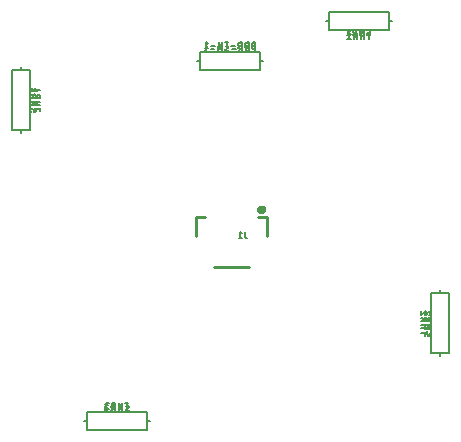
<source format=gbr>
G04 EAGLE Gerber RS-274X export*
G75*
%MOMM*%
%FSLAX34Y34*%
%LPD*%
%INSilkscreen Bottom*%
%IPPOS*%
%AMOC8*
5,1,8,0,0,1.08239X$1,22.5*%
G01*
%ADD10C,0.254000*%
%ADD11C,0.400000*%
%ADD12C,0.127000*%
%ADD13C,0.203200*%


D10*
X237250Y176250D02*
X207250Y176250D01*
X252250Y202250D02*
X252250Y218750D01*
X199750Y218750D02*
X192250Y218750D01*
X192250Y202250D01*
X244750Y218750D02*
X252250Y218750D01*
D11*
X245836Y225250D02*
X245838Y225325D01*
X245844Y225399D01*
X245854Y225473D01*
X245867Y225546D01*
X245885Y225619D01*
X245906Y225690D01*
X245931Y225761D01*
X245960Y225830D01*
X245993Y225897D01*
X246029Y225962D01*
X246068Y226026D01*
X246110Y226087D01*
X246156Y226146D01*
X246205Y226203D01*
X246257Y226256D01*
X246311Y226307D01*
X246368Y226356D01*
X246428Y226400D01*
X246490Y226442D01*
X246554Y226481D01*
X246620Y226516D01*
X246687Y226547D01*
X246757Y226575D01*
X246827Y226599D01*
X246899Y226620D01*
X246972Y226636D01*
X247045Y226649D01*
X247120Y226658D01*
X247194Y226663D01*
X247269Y226664D01*
X247343Y226661D01*
X247418Y226654D01*
X247491Y226643D01*
X247565Y226629D01*
X247637Y226610D01*
X247708Y226588D01*
X247778Y226562D01*
X247847Y226532D01*
X247913Y226499D01*
X247978Y226462D01*
X248041Y226422D01*
X248102Y226378D01*
X248160Y226332D01*
X248216Y226282D01*
X248269Y226230D01*
X248320Y226175D01*
X248367Y226117D01*
X248411Y226057D01*
X248452Y225994D01*
X248490Y225930D01*
X248524Y225864D01*
X248555Y225795D01*
X248582Y225726D01*
X248605Y225655D01*
X248624Y225583D01*
X248640Y225510D01*
X248652Y225436D01*
X248660Y225362D01*
X248664Y225287D01*
X248664Y225213D01*
X248660Y225138D01*
X248652Y225064D01*
X248640Y224990D01*
X248624Y224917D01*
X248605Y224845D01*
X248582Y224774D01*
X248555Y224705D01*
X248524Y224636D01*
X248490Y224570D01*
X248452Y224506D01*
X248411Y224443D01*
X248367Y224383D01*
X248320Y224325D01*
X248269Y224270D01*
X248216Y224218D01*
X248160Y224168D01*
X248102Y224122D01*
X248041Y224078D01*
X247978Y224038D01*
X247913Y224001D01*
X247847Y223968D01*
X247778Y223938D01*
X247708Y223912D01*
X247637Y223890D01*
X247565Y223871D01*
X247491Y223857D01*
X247418Y223846D01*
X247343Y223839D01*
X247269Y223836D01*
X247194Y223837D01*
X247120Y223842D01*
X247045Y223851D01*
X246972Y223864D01*
X246899Y223880D01*
X246827Y223901D01*
X246757Y223925D01*
X246687Y223953D01*
X246620Y223984D01*
X246554Y224019D01*
X246490Y224058D01*
X246428Y224100D01*
X246368Y224144D01*
X246311Y224193D01*
X246257Y224244D01*
X246205Y224297D01*
X246156Y224354D01*
X246110Y224413D01*
X246068Y224474D01*
X246029Y224538D01*
X245993Y224603D01*
X245960Y224670D01*
X245931Y224739D01*
X245906Y224810D01*
X245885Y224881D01*
X245867Y224954D01*
X245854Y225027D01*
X245844Y225101D01*
X245838Y225175D01*
X245836Y225250D01*
D12*
X233976Y206121D02*
X233976Y202367D01*
X233977Y202367D02*
X233979Y202302D01*
X233985Y202238D01*
X233995Y202174D01*
X234008Y202110D01*
X234026Y202048D01*
X234047Y201987D01*
X234071Y201927D01*
X234100Y201869D01*
X234132Y201812D01*
X234167Y201758D01*
X234205Y201706D01*
X234247Y201656D01*
X234291Y201609D01*
X234338Y201565D01*
X234388Y201523D01*
X234440Y201485D01*
X234494Y201450D01*
X234551Y201418D01*
X234609Y201389D01*
X234669Y201365D01*
X234730Y201344D01*
X234792Y201326D01*
X234856Y201313D01*
X234920Y201303D01*
X234984Y201297D01*
X235049Y201295D01*
X235585Y201295D01*
X231028Y205049D02*
X229688Y206121D01*
X229688Y201295D01*
X231028Y201295D02*
X228347Y201295D01*
X242400Y358905D02*
X242400Y363731D01*
X241059Y363731D01*
X240988Y363729D01*
X240916Y363723D01*
X240846Y363714D01*
X240776Y363701D01*
X240706Y363684D01*
X240638Y363663D01*
X240571Y363639D01*
X240505Y363611D01*
X240441Y363580D01*
X240378Y363545D01*
X240318Y363507D01*
X240259Y363466D01*
X240203Y363422D01*
X240149Y363375D01*
X240098Y363326D01*
X240050Y363273D01*
X240004Y363218D01*
X239962Y363161D01*
X239922Y363101D01*
X239886Y363040D01*
X239853Y362976D01*
X239824Y362911D01*
X239798Y362845D01*
X239775Y362777D01*
X239756Y362708D01*
X239741Y362638D01*
X239730Y362568D01*
X239722Y362497D01*
X239718Y362426D01*
X239718Y362354D01*
X239722Y362283D01*
X239730Y362212D01*
X239741Y362142D01*
X239756Y362072D01*
X239775Y362003D01*
X239798Y361935D01*
X239824Y361869D01*
X239853Y361804D01*
X239886Y361740D01*
X239922Y361679D01*
X239962Y361619D01*
X240004Y361562D01*
X240050Y361507D01*
X240098Y361454D01*
X240149Y361405D01*
X240203Y361358D01*
X240259Y361314D01*
X240318Y361273D01*
X240378Y361235D01*
X240441Y361200D01*
X240505Y361169D01*
X240571Y361141D01*
X240638Y361117D01*
X240706Y361096D01*
X240776Y361079D01*
X240846Y361066D01*
X240916Y361057D01*
X240988Y361051D01*
X241059Y361049D01*
X241059Y361050D02*
X242400Y361050D01*
X237060Y358905D02*
X237060Y363731D01*
X235719Y363731D01*
X235649Y363729D01*
X235579Y363724D01*
X235509Y363714D01*
X235440Y363702D01*
X235372Y363685D01*
X235305Y363665D01*
X235238Y363642D01*
X235174Y363615D01*
X235110Y363585D01*
X235049Y363551D01*
X234989Y363515D01*
X234931Y363475D01*
X234875Y363432D01*
X234822Y363387D01*
X234771Y363338D01*
X234722Y363287D01*
X234677Y363234D01*
X234634Y363178D01*
X234594Y363120D01*
X234558Y363061D01*
X234524Y362999D01*
X234494Y362935D01*
X234467Y362871D01*
X234444Y362804D01*
X234424Y362737D01*
X234407Y362669D01*
X234395Y362600D01*
X234385Y362530D01*
X234380Y362460D01*
X234378Y362390D01*
X234379Y362390D02*
X234379Y360246D01*
X234378Y360246D02*
X234380Y360176D01*
X234385Y360106D01*
X234395Y360036D01*
X234407Y359967D01*
X234424Y359899D01*
X234444Y359832D01*
X234467Y359765D01*
X234494Y359701D01*
X234524Y359637D01*
X234558Y359576D01*
X234594Y359516D01*
X234634Y359458D01*
X234677Y359402D01*
X234722Y359349D01*
X234771Y359298D01*
X234822Y359249D01*
X234875Y359204D01*
X234931Y359161D01*
X234989Y359121D01*
X235049Y359085D01*
X235110Y359051D01*
X235174Y359021D01*
X235238Y358994D01*
X235305Y358971D01*
X235372Y358951D01*
X235440Y358934D01*
X235509Y358922D01*
X235579Y358912D01*
X235649Y358907D01*
X235719Y358905D01*
X237060Y358905D01*
X231144Y358905D02*
X231144Y363731D01*
X229803Y363731D01*
X229732Y363729D01*
X229660Y363723D01*
X229590Y363714D01*
X229520Y363701D01*
X229450Y363684D01*
X229382Y363663D01*
X229315Y363639D01*
X229249Y363611D01*
X229185Y363580D01*
X229122Y363545D01*
X229062Y363507D01*
X229003Y363466D01*
X228947Y363422D01*
X228893Y363375D01*
X228842Y363326D01*
X228794Y363273D01*
X228748Y363218D01*
X228706Y363161D01*
X228666Y363101D01*
X228630Y363040D01*
X228597Y362976D01*
X228568Y362911D01*
X228542Y362845D01*
X228519Y362777D01*
X228500Y362708D01*
X228485Y362638D01*
X228474Y362568D01*
X228466Y362497D01*
X228462Y362426D01*
X228462Y362354D01*
X228466Y362283D01*
X228474Y362212D01*
X228485Y362142D01*
X228500Y362072D01*
X228519Y362003D01*
X228542Y361935D01*
X228568Y361869D01*
X228597Y361804D01*
X228630Y361740D01*
X228666Y361679D01*
X228706Y361619D01*
X228748Y361562D01*
X228794Y361507D01*
X228842Y361454D01*
X228893Y361405D01*
X228947Y361358D01*
X229003Y361314D01*
X229062Y361273D01*
X229122Y361235D01*
X229185Y361200D01*
X229249Y361169D01*
X229315Y361141D01*
X229382Y361117D01*
X229450Y361096D01*
X229520Y361079D01*
X229590Y361066D01*
X229660Y361057D01*
X229732Y361051D01*
X229803Y361049D01*
X229803Y361050D02*
X231144Y361050D01*
X229535Y361050D02*
X228463Y358905D01*
X225624Y360782D02*
X222406Y360782D01*
X218078Y358905D02*
X218013Y358907D01*
X217949Y358913D01*
X217885Y358923D01*
X217821Y358936D01*
X217759Y358954D01*
X217698Y358975D01*
X217638Y358999D01*
X217580Y359028D01*
X217523Y359060D01*
X217469Y359095D01*
X217417Y359133D01*
X217367Y359175D01*
X217320Y359219D01*
X217276Y359266D01*
X217234Y359316D01*
X217196Y359368D01*
X217161Y359422D01*
X217129Y359479D01*
X217100Y359537D01*
X217076Y359597D01*
X217055Y359658D01*
X217037Y359720D01*
X217024Y359784D01*
X217014Y359848D01*
X217008Y359912D01*
X217006Y359977D01*
X218078Y358905D02*
X218172Y358907D01*
X218266Y358913D01*
X218360Y358923D01*
X218453Y358936D01*
X218545Y358954D01*
X218637Y358975D01*
X218728Y359000D01*
X218818Y359029D01*
X218906Y359062D01*
X218993Y359098D01*
X219078Y359138D01*
X219162Y359181D01*
X219243Y359228D01*
X219323Y359278D01*
X219401Y359331D01*
X219476Y359388D01*
X219549Y359447D01*
X219619Y359510D01*
X219687Y359575D01*
X219552Y362659D02*
X219550Y362724D01*
X219544Y362788D01*
X219534Y362852D01*
X219521Y362916D01*
X219503Y362978D01*
X219482Y363039D01*
X219458Y363099D01*
X219429Y363157D01*
X219397Y363214D01*
X219362Y363268D01*
X219324Y363320D01*
X219282Y363370D01*
X219238Y363417D01*
X219191Y363461D01*
X219141Y363503D01*
X219089Y363541D01*
X219035Y363576D01*
X218978Y363608D01*
X218920Y363637D01*
X218860Y363661D01*
X218799Y363682D01*
X218737Y363700D01*
X218673Y363713D01*
X218609Y363723D01*
X218545Y363729D01*
X218480Y363731D01*
X218394Y363729D01*
X218308Y363724D01*
X218222Y363714D01*
X218137Y363701D01*
X218052Y363685D01*
X217968Y363665D01*
X217885Y363641D01*
X217803Y363614D01*
X217723Y363583D01*
X217643Y363549D01*
X217566Y363511D01*
X217490Y363470D01*
X217416Y363426D01*
X217343Y363379D01*
X217273Y363329D01*
X219016Y361721D02*
X219069Y361754D01*
X219120Y361791D01*
X219169Y361830D01*
X219216Y361872D01*
X219260Y361917D01*
X219301Y361964D01*
X219340Y362013D01*
X219376Y362065D01*
X219409Y362119D01*
X219438Y362174D01*
X219464Y362231D01*
X219487Y362290D01*
X219507Y362349D01*
X219523Y362410D01*
X219536Y362471D01*
X219545Y362534D01*
X219550Y362596D01*
X219552Y362659D01*
X217541Y360915D02*
X217488Y360882D01*
X217437Y360845D01*
X217388Y360806D01*
X217341Y360764D01*
X217297Y360719D01*
X217256Y360672D01*
X217217Y360623D01*
X217181Y360571D01*
X217148Y360517D01*
X217119Y360462D01*
X217093Y360405D01*
X217070Y360346D01*
X217050Y360287D01*
X217034Y360226D01*
X217021Y360165D01*
X217012Y360102D01*
X217007Y360040D01*
X217005Y359977D01*
X217541Y360916D02*
X219016Y361720D01*
X214102Y363731D02*
X214102Y358905D01*
X212494Y361050D02*
X214102Y363731D01*
X212494Y361050D02*
X210885Y363731D01*
X210885Y358905D01*
X207702Y360782D02*
X204484Y360782D01*
X201581Y362659D02*
X200241Y363731D01*
X200241Y358905D01*
X201581Y358905D02*
X198900Y358905D01*
X337188Y373641D02*
X337190Y373576D01*
X337196Y373512D01*
X337206Y373448D01*
X337219Y373384D01*
X337237Y373322D01*
X337258Y373261D01*
X337282Y373201D01*
X337311Y373143D01*
X337343Y373086D01*
X337378Y373032D01*
X337416Y372980D01*
X337458Y372930D01*
X337502Y372883D01*
X337549Y372839D01*
X337599Y372797D01*
X337651Y372759D01*
X337705Y372724D01*
X337762Y372692D01*
X337820Y372663D01*
X337880Y372639D01*
X337941Y372618D01*
X338003Y372600D01*
X338067Y372587D01*
X338131Y372577D01*
X338195Y372571D01*
X338260Y372569D01*
X338354Y372571D01*
X338448Y372577D01*
X338542Y372587D01*
X338635Y372600D01*
X338727Y372618D01*
X338819Y372639D01*
X338910Y372664D01*
X339000Y372693D01*
X339088Y372726D01*
X339175Y372762D01*
X339260Y372802D01*
X339344Y372845D01*
X339425Y372892D01*
X339505Y372942D01*
X339583Y372995D01*
X339658Y373052D01*
X339731Y373111D01*
X339801Y373174D01*
X339869Y373239D01*
X339734Y376323D02*
X339732Y376388D01*
X339726Y376452D01*
X339716Y376516D01*
X339703Y376580D01*
X339685Y376642D01*
X339664Y376703D01*
X339640Y376763D01*
X339611Y376821D01*
X339579Y376878D01*
X339544Y376932D01*
X339506Y376984D01*
X339464Y377034D01*
X339420Y377081D01*
X339373Y377125D01*
X339323Y377167D01*
X339271Y377205D01*
X339217Y377240D01*
X339160Y377272D01*
X339102Y377301D01*
X339042Y377325D01*
X338981Y377346D01*
X338919Y377364D01*
X338855Y377377D01*
X338791Y377387D01*
X338727Y377393D01*
X338662Y377395D01*
X338576Y377393D01*
X338490Y377388D01*
X338404Y377378D01*
X338319Y377365D01*
X338234Y377349D01*
X338150Y377329D01*
X338067Y377305D01*
X337985Y377278D01*
X337905Y377247D01*
X337825Y377213D01*
X337748Y377175D01*
X337672Y377134D01*
X337598Y377090D01*
X337525Y377043D01*
X337455Y376993D01*
X339199Y375385D02*
X339252Y375418D01*
X339303Y375455D01*
X339352Y375494D01*
X339399Y375536D01*
X339443Y375581D01*
X339484Y375628D01*
X339523Y375677D01*
X339559Y375729D01*
X339592Y375783D01*
X339621Y375838D01*
X339647Y375895D01*
X339670Y375954D01*
X339690Y376013D01*
X339706Y376074D01*
X339719Y376135D01*
X339728Y376198D01*
X339733Y376260D01*
X339735Y376323D01*
X337724Y374579D02*
X337671Y374546D01*
X337620Y374509D01*
X337571Y374470D01*
X337524Y374428D01*
X337480Y374383D01*
X337439Y374336D01*
X337400Y374287D01*
X337364Y374235D01*
X337331Y374181D01*
X337302Y374126D01*
X337276Y374069D01*
X337253Y374010D01*
X337233Y373951D01*
X337217Y373890D01*
X337204Y373829D01*
X337195Y373766D01*
X337190Y373704D01*
X337188Y373641D01*
X337724Y374580D02*
X339199Y375384D01*
X334285Y377395D02*
X334285Y372569D01*
X332676Y374714D02*
X334285Y377395D01*
X332676Y374714D02*
X331067Y377395D01*
X331067Y372569D01*
X327735Y372569D02*
X327735Y377395D01*
X326394Y377395D01*
X326323Y377393D01*
X326251Y377387D01*
X326181Y377378D01*
X326111Y377365D01*
X326041Y377348D01*
X325973Y377327D01*
X325906Y377303D01*
X325840Y377275D01*
X325776Y377244D01*
X325713Y377209D01*
X325653Y377171D01*
X325594Y377130D01*
X325538Y377086D01*
X325484Y377039D01*
X325433Y376990D01*
X325385Y376937D01*
X325339Y376882D01*
X325297Y376825D01*
X325257Y376765D01*
X325221Y376704D01*
X325188Y376640D01*
X325159Y376575D01*
X325133Y376509D01*
X325110Y376441D01*
X325091Y376372D01*
X325076Y376302D01*
X325065Y376232D01*
X325057Y376161D01*
X325053Y376090D01*
X325053Y376018D01*
X325057Y375947D01*
X325065Y375876D01*
X325076Y375806D01*
X325091Y375736D01*
X325110Y375667D01*
X325133Y375599D01*
X325159Y375533D01*
X325188Y375468D01*
X325221Y375404D01*
X325257Y375343D01*
X325297Y375283D01*
X325339Y375226D01*
X325385Y375171D01*
X325433Y375118D01*
X325484Y375069D01*
X325538Y375022D01*
X325594Y374978D01*
X325653Y374937D01*
X325713Y374899D01*
X325776Y374864D01*
X325840Y374833D01*
X325906Y374805D01*
X325973Y374781D01*
X326041Y374760D01*
X326111Y374743D01*
X326181Y374730D01*
X326251Y374721D01*
X326323Y374715D01*
X326394Y374713D01*
X326394Y374714D02*
X327735Y374714D01*
X326126Y374714D02*
X325054Y372569D01*
X322312Y376323D02*
X320972Y377395D01*
X320972Y372569D01*
X322312Y372569D02*
X319631Y372569D01*
X386741Y120812D02*
X386676Y120810D01*
X386612Y120804D01*
X386548Y120794D01*
X386484Y120781D01*
X386422Y120763D01*
X386361Y120742D01*
X386301Y120718D01*
X386243Y120689D01*
X386186Y120657D01*
X386132Y120622D01*
X386080Y120584D01*
X386030Y120542D01*
X385983Y120498D01*
X385939Y120451D01*
X385897Y120401D01*
X385859Y120349D01*
X385824Y120295D01*
X385792Y120238D01*
X385763Y120180D01*
X385739Y120120D01*
X385718Y120059D01*
X385700Y119997D01*
X385687Y119933D01*
X385677Y119869D01*
X385671Y119805D01*
X385669Y119740D01*
X385671Y119646D01*
X385677Y119552D01*
X385687Y119458D01*
X385700Y119365D01*
X385718Y119273D01*
X385739Y119181D01*
X385764Y119090D01*
X385793Y119000D01*
X385826Y118912D01*
X385862Y118825D01*
X385902Y118740D01*
X385945Y118656D01*
X385992Y118575D01*
X386042Y118495D01*
X386095Y118417D01*
X386152Y118342D01*
X386211Y118269D01*
X386274Y118199D01*
X386339Y118131D01*
X389423Y118266D02*
X389488Y118268D01*
X389552Y118274D01*
X389616Y118284D01*
X389680Y118297D01*
X389742Y118315D01*
X389803Y118336D01*
X389863Y118360D01*
X389921Y118389D01*
X389978Y118421D01*
X390032Y118456D01*
X390084Y118494D01*
X390134Y118536D01*
X390181Y118580D01*
X390225Y118627D01*
X390267Y118677D01*
X390305Y118729D01*
X390340Y118783D01*
X390372Y118840D01*
X390401Y118898D01*
X390425Y118958D01*
X390446Y119019D01*
X390464Y119081D01*
X390477Y119145D01*
X390487Y119209D01*
X390493Y119273D01*
X390495Y119338D01*
X390493Y119424D01*
X390488Y119510D01*
X390478Y119596D01*
X390465Y119681D01*
X390449Y119766D01*
X390429Y119850D01*
X390405Y119933D01*
X390378Y120015D01*
X390347Y120095D01*
X390313Y120175D01*
X390275Y120252D01*
X390234Y120328D01*
X390190Y120402D01*
X390143Y120474D01*
X390093Y120545D01*
X388485Y118801D02*
X388518Y118748D01*
X388555Y118697D01*
X388594Y118648D01*
X388636Y118601D01*
X388681Y118557D01*
X388728Y118516D01*
X388777Y118477D01*
X388829Y118441D01*
X388883Y118408D01*
X388938Y118379D01*
X388995Y118353D01*
X389054Y118330D01*
X389113Y118310D01*
X389174Y118294D01*
X389235Y118281D01*
X389298Y118272D01*
X389360Y118267D01*
X389423Y118265D01*
X387679Y120276D02*
X387646Y120329D01*
X387609Y120380D01*
X387570Y120429D01*
X387528Y120476D01*
X387483Y120520D01*
X387436Y120561D01*
X387387Y120600D01*
X387335Y120636D01*
X387281Y120669D01*
X387226Y120698D01*
X387169Y120724D01*
X387110Y120747D01*
X387051Y120767D01*
X386990Y120783D01*
X386929Y120796D01*
X386866Y120805D01*
X386804Y120810D01*
X386741Y120812D01*
X387680Y120276D02*
X388484Y118802D01*
X390495Y123715D02*
X385669Y123715D01*
X387814Y125324D02*
X390495Y123715D01*
X387814Y125324D02*
X390495Y126933D01*
X385669Y126933D01*
X385669Y130265D02*
X390495Y130265D01*
X390495Y131606D01*
X390493Y131677D01*
X390487Y131749D01*
X390478Y131819D01*
X390465Y131889D01*
X390448Y131959D01*
X390427Y132027D01*
X390403Y132094D01*
X390375Y132160D01*
X390344Y132224D01*
X390309Y132287D01*
X390271Y132347D01*
X390230Y132406D01*
X390186Y132462D01*
X390139Y132516D01*
X390090Y132567D01*
X390037Y132615D01*
X389982Y132661D01*
X389925Y132703D01*
X389865Y132743D01*
X389804Y132779D01*
X389740Y132812D01*
X389675Y132841D01*
X389609Y132867D01*
X389541Y132890D01*
X389472Y132909D01*
X389402Y132924D01*
X389332Y132935D01*
X389261Y132943D01*
X389190Y132947D01*
X389118Y132947D01*
X389047Y132943D01*
X388976Y132935D01*
X388906Y132924D01*
X388836Y132909D01*
X388767Y132890D01*
X388699Y132867D01*
X388633Y132841D01*
X388568Y132812D01*
X388504Y132779D01*
X388443Y132743D01*
X388383Y132703D01*
X388326Y132661D01*
X388271Y132615D01*
X388218Y132567D01*
X388169Y132516D01*
X388122Y132462D01*
X388078Y132406D01*
X388037Y132347D01*
X387999Y132287D01*
X387964Y132224D01*
X387933Y132160D01*
X387905Y132094D01*
X387881Y132027D01*
X387860Y131959D01*
X387843Y131889D01*
X387830Y131819D01*
X387821Y131749D01*
X387815Y131677D01*
X387813Y131606D01*
X387814Y131606D02*
X387814Y130265D01*
X387814Y131874D02*
X385669Y132946D01*
X390495Y137162D02*
X390493Y137230D01*
X390487Y137297D01*
X390478Y137364D01*
X390465Y137431D01*
X390448Y137496D01*
X390427Y137561D01*
X390403Y137624D01*
X390375Y137686D01*
X390344Y137746D01*
X390310Y137804D01*
X390272Y137860D01*
X390232Y137915D01*
X390188Y137966D01*
X390141Y138015D01*
X390092Y138062D01*
X390041Y138106D01*
X389986Y138146D01*
X389930Y138184D01*
X389872Y138218D01*
X389812Y138249D01*
X389750Y138277D01*
X389687Y138301D01*
X389622Y138322D01*
X389557Y138339D01*
X389490Y138352D01*
X389423Y138361D01*
X389356Y138367D01*
X389288Y138369D01*
X390495Y137162D02*
X390493Y137084D01*
X390487Y137006D01*
X390477Y136929D01*
X390464Y136852D01*
X390446Y136776D01*
X390425Y136701D01*
X390400Y136627D01*
X390371Y136555D01*
X390339Y136484D01*
X390303Y136415D01*
X390264Y136347D01*
X390221Y136282D01*
X390175Y136219D01*
X390126Y136158D01*
X390074Y136100D01*
X390019Y136045D01*
X389962Y135992D01*
X389902Y135943D01*
X389839Y135896D01*
X389774Y135853D01*
X389708Y135813D01*
X389639Y135776D01*
X389568Y135743D01*
X389496Y135713D01*
X389423Y135687D01*
X388350Y137967D02*
X388399Y138016D01*
X388451Y138063D01*
X388506Y138106D01*
X388563Y138147D01*
X388622Y138185D01*
X388683Y138219D01*
X388746Y138250D01*
X388810Y138278D01*
X388876Y138302D01*
X388942Y138322D01*
X389010Y138339D01*
X389079Y138352D01*
X389148Y138361D01*
X389218Y138367D01*
X389288Y138369D01*
X388350Y137967D02*
X385669Y135688D01*
X385669Y138369D01*
X133760Y54405D02*
X133695Y54407D01*
X133631Y54413D01*
X133567Y54423D01*
X133503Y54436D01*
X133441Y54454D01*
X133380Y54475D01*
X133320Y54499D01*
X133262Y54528D01*
X133205Y54560D01*
X133151Y54595D01*
X133099Y54633D01*
X133049Y54675D01*
X133002Y54719D01*
X132958Y54766D01*
X132916Y54816D01*
X132878Y54868D01*
X132843Y54922D01*
X132811Y54979D01*
X132782Y55037D01*
X132758Y55097D01*
X132737Y55158D01*
X132719Y55220D01*
X132706Y55284D01*
X132696Y55348D01*
X132690Y55412D01*
X132688Y55477D01*
X133760Y54405D02*
X133854Y54407D01*
X133948Y54413D01*
X134042Y54423D01*
X134135Y54436D01*
X134227Y54454D01*
X134319Y54475D01*
X134410Y54500D01*
X134500Y54529D01*
X134588Y54562D01*
X134675Y54598D01*
X134760Y54638D01*
X134844Y54681D01*
X134925Y54728D01*
X135005Y54778D01*
X135083Y54831D01*
X135158Y54888D01*
X135231Y54947D01*
X135301Y55010D01*
X135369Y55075D01*
X135234Y58159D02*
X135232Y58224D01*
X135226Y58288D01*
X135216Y58352D01*
X135203Y58416D01*
X135185Y58478D01*
X135164Y58539D01*
X135140Y58599D01*
X135111Y58657D01*
X135079Y58714D01*
X135044Y58768D01*
X135006Y58820D01*
X134964Y58870D01*
X134920Y58917D01*
X134873Y58961D01*
X134823Y59003D01*
X134771Y59041D01*
X134717Y59076D01*
X134660Y59108D01*
X134602Y59137D01*
X134542Y59161D01*
X134481Y59182D01*
X134419Y59200D01*
X134355Y59213D01*
X134291Y59223D01*
X134227Y59229D01*
X134162Y59231D01*
X134076Y59229D01*
X133990Y59224D01*
X133904Y59214D01*
X133819Y59201D01*
X133734Y59185D01*
X133650Y59165D01*
X133567Y59141D01*
X133485Y59114D01*
X133405Y59083D01*
X133325Y59049D01*
X133248Y59011D01*
X133172Y58970D01*
X133098Y58926D01*
X133025Y58879D01*
X132955Y58829D01*
X134699Y57221D02*
X134752Y57254D01*
X134803Y57291D01*
X134852Y57330D01*
X134899Y57372D01*
X134943Y57417D01*
X134984Y57464D01*
X135023Y57513D01*
X135059Y57565D01*
X135092Y57619D01*
X135121Y57674D01*
X135147Y57731D01*
X135170Y57790D01*
X135190Y57849D01*
X135206Y57910D01*
X135219Y57971D01*
X135228Y58034D01*
X135233Y58096D01*
X135235Y58159D01*
X133224Y56415D02*
X133171Y56382D01*
X133120Y56345D01*
X133071Y56306D01*
X133024Y56264D01*
X132980Y56219D01*
X132939Y56172D01*
X132900Y56123D01*
X132864Y56071D01*
X132831Y56017D01*
X132802Y55962D01*
X132776Y55905D01*
X132753Y55846D01*
X132733Y55787D01*
X132717Y55726D01*
X132704Y55665D01*
X132695Y55602D01*
X132690Y55540D01*
X132688Y55477D01*
X133224Y56416D02*
X134699Y57220D01*
X129785Y59231D02*
X129785Y54405D01*
X128176Y56550D02*
X129785Y59231D01*
X128176Y56550D02*
X126567Y59231D01*
X126567Y54405D01*
X123235Y54405D02*
X123235Y59231D01*
X121894Y59231D01*
X121823Y59229D01*
X121751Y59223D01*
X121681Y59214D01*
X121611Y59201D01*
X121541Y59184D01*
X121473Y59163D01*
X121406Y59139D01*
X121340Y59111D01*
X121276Y59080D01*
X121213Y59045D01*
X121153Y59007D01*
X121094Y58966D01*
X121038Y58922D01*
X120984Y58875D01*
X120933Y58826D01*
X120885Y58773D01*
X120839Y58718D01*
X120797Y58661D01*
X120757Y58601D01*
X120721Y58540D01*
X120688Y58476D01*
X120659Y58411D01*
X120633Y58345D01*
X120610Y58277D01*
X120591Y58208D01*
X120576Y58138D01*
X120565Y58068D01*
X120557Y57997D01*
X120553Y57926D01*
X120553Y57854D01*
X120557Y57783D01*
X120565Y57712D01*
X120576Y57642D01*
X120591Y57572D01*
X120610Y57503D01*
X120633Y57435D01*
X120659Y57369D01*
X120688Y57304D01*
X120721Y57240D01*
X120757Y57179D01*
X120797Y57119D01*
X120839Y57062D01*
X120885Y57007D01*
X120933Y56954D01*
X120984Y56905D01*
X121038Y56858D01*
X121094Y56814D01*
X121153Y56773D01*
X121213Y56735D01*
X121276Y56700D01*
X121340Y56669D01*
X121406Y56641D01*
X121473Y56617D01*
X121541Y56596D01*
X121611Y56579D01*
X121681Y56566D01*
X121751Y56557D01*
X121823Y56551D01*
X121894Y56549D01*
X121894Y56550D02*
X123235Y56550D01*
X121626Y56550D02*
X120554Y54405D01*
X117812Y54405D02*
X116472Y54405D01*
X116401Y54407D01*
X116329Y54413D01*
X116259Y54422D01*
X116189Y54435D01*
X116119Y54452D01*
X116051Y54473D01*
X115984Y54497D01*
X115918Y54525D01*
X115854Y54556D01*
X115791Y54591D01*
X115731Y54629D01*
X115672Y54670D01*
X115616Y54714D01*
X115562Y54761D01*
X115511Y54810D01*
X115463Y54863D01*
X115417Y54918D01*
X115375Y54975D01*
X115335Y55035D01*
X115299Y55096D01*
X115266Y55160D01*
X115237Y55225D01*
X115211Y55291D01*
X115188Y55359D01*
X115169Y55428D01*
X115154Y55498D01*
X115143Y55568D01*
X115135Y55639D01*
X115131Y55710D01*
X115131Y55782D01*
X115135Y55853D01*
X115143Y55924D01*
X115154Y55994D01*
X115169Y56064D01*
X115188Y56133D01*
X115211Y56201D01*
X115237Y56267D01*
X115266Y56332D01*
X115299Y56396D01*
X115335Y56457D01*
X115375Y56517D01*
X115417Y56574D01*
X115463Y56629D01*
X115511Y56682D01*
X115562Y56731D01*
X115616Y56778D01*
X115672Y56822D01*
X115731Y56863D01*
X115791Y56901D01*
X115854Y56936D01*
X115918Y56967D01*
X115984Y56995D01*
X116051Y57019D01*
X116119Y57040D01*
X116189Y57057D01*
X116259Y57070D01*
X116329Y57079D01*
X116401Y57085D01*
X116472Y57087D01*
X116204Y59231D02*
X117812Y59231D01*
X116204Y59231D02*
X116139Y59229D01*
X116075Y59223D01*
X116011Y59213D01*
X115947Y59200D01*
X115885Y59182D01*
X115824Y59161D01*
X115764Y59137D01*
X115706Y59108D01*
X115649Y59076D01*
X115595Y59041D01*
X115543Y59003D01*
X115493Y58961D01*
X115446Y58917D01*
X115402Y58870D01*
X115360Y58820D01*
X115322Y58768D01*
X115287Y58714D01*
X115255Y58657D01*
X115226Y58599D01*
X115202Y58539D01*
X115181Y58478D01*
X115163Y58416D01*
X115150Y58352D01*
X115140Y58288D01*
X115134Y58224D01*
X115132Y58159D01*
X115134Y58094D01*
X115140Y58030D01*
X115150Y57966D01*
X115163Y57902D01*
X115181Y57840D01*
X115202Y57779D01*
X115226Y57719D01*
X115255Y57661D01*
X115287Y57604D01*
X115322Y57550D01*
X115360Y57498D01*
X115402Y57448D01*
X115446Y57401D01*
X115493Y57357D01*
X115543Y57315D01*
X115595Y57277D01*
X115649Y57242D01*
X115706Y57210D01*
X115764Y57181D01*
X115824Y57157D01*
X115885Y57136D01*
X115947Y57118D01*
X116011Y57105D01*
X116075Y57095D01*
X116139Y57089D01*
X116204Y57087D01*
X116204Y57086D02*
X117276Y57086D01*
X51805Y309240D02*
X51807Y309305D01*
X51813Y309369D01*
X51823Y309433D01*
X51836Y309497D01*
X51854Y309559D01*
X51875Y309620D01*
X51899Y309680D01*
X51928Y309738D01*
X51960Y309795D01*
X51995Y309849D01*
X52033Y309901D01*
X52075Y309951D01*
X52119Y309998D01*
X52166Y310042D01*
X52216Y310084D01*
X52268Y310122D01*
X52322Y310157D01*
X52379Y310189D01*
X52437Y310218D01*
X52497Y310242D01*
X52558Y310263D01*
X52620Y310281D01*
X52684Y310294D01*
X52748Y310304D01*
X52812Y310310D01*
X52877Y310312D01*
X51805Y309240D02*
X51807Y309146D01*
X51813Y309052D01*
X51823Y308958D01*
X51836Y308865D01*
X51854Y308773D01*
X51875Y308681D01*
X51900Y308590D01*
X51929Y308500D01*
X51962Y308412D01*
X51998Y308325D01*
X52038Y308240D01*
X52081Y308156D01*
X52128Y308075D01*
X52178Y307995D01*
X52231Y307917D01*
X52288Y307842D01*
X52347Y307769D01*
X52410Y307699D01*
X52475Y307631D01*
X55559Y307766D02*
X55624Y307768D01*
X55688Y307774D01*
X55752Y307784D01*
X55816Y307797D01*
X55878Y307815D01*
X55939Y307836D01*
X55999Y307860D01*
X56057Y307889D01*
X56114Y307921D01*
X56168Y307956D01*
X56220Y307994D01*
X56270Y308036D01*
X56317Y308080D01*
X56361Y308127D01*
X56403Y308177D01*
X56441Y308229D01*
X56476Y308283D01*
X56508Y308340D01*
X56537Y308398D01*
X56561Y308458D01*
X56582Y308519D01*
X56600Y308581D01*
X56613Y308645D01*
X56623Y308709D01*
X56629Y308773D01*
X56631Y308838D01*
X56629Y308924D01*
X56624Y309010D01*
X56614Y309096D01*
X56601Y309181D01*
X56585Y309266D01*
X56565Y309350D01*
X56541Y309433D01*
X56514Y309515D01*
X56483Y309595D01*
X56449Y309675D01*
X56411Y309752D01*
X56370Y309828D01*
X56326Y309902D01*
X56279Y309974D01*
X56229Y310045D01*
X54621Y308301D02*
X54654Y308248D01*
X54691Y308197D01*
X54730Y308148D01*
X54772Y308101D01*
X54817Y308057D01*
X54864Y308016D01*
X54913Y307977D01*
X54965Y307941D01*
X55019Y307908D01*
X55074Y307879D01*
X55131Y307853D01*
X55190Y307830D01*
X55249Y307810D01*
X55310Y307794D01*
X55371Y307781D01*
X55434Y307772D01*
X55496Y307767D01*
X55559Y307765D01*
X53815Y309776D02*
X53782Y309829D01*
X53745Y309880D01*
X53706Y309929D01*
X53664Y309976D01*
X53619Y310020D01*
X53572Y310061D01*
X53523Y310100D01*
X53471Y310136D01*
X53417Y310169D01*
X53362Y310198D01*
X53305Y310224D01*
X53246Y310247D01*
X53187Y310267D01*
X53126Y310283D01*
X53065Y310296D01*
X53002Y310305D01*
X52940Y310310D01*
X52877Y310312D01*
X53816Y309776D02*
X54620Y308302D01*
X56631Y313215D02*
X51805Y313215D01*
X53950Y314824D02*
X56631Y313215D01*
X53950Y314824D02*
X56631Y316433D01*
X51805Y316433D01*
X51805Y319765D02*
X56631Y319765D01*
X56631Y321106D01*
X56629Y321177D01*
X56623Y321249D01*
X56614Y321319D01*
X56601Y321389D01*
X56584Y321459D01*
X56563Y321527D01*
X56539Y321594D01*
X56511Y321660D01*
X56480Y321724D01*
X56445Y321787D01*
X56407Y321847D01*
X56366Y321906D01*
X56322Y321962D01*
X56275Y322016D01*
X56226Y322067D01*
X56173Y322115D01*
X56118Y322161D01*
X56061Y322203D01*
X56001Y322243D01*
X55940Y322279D01*
X55876Y322312D01*
X55811Y322341D01*
X55745Y322367D01*
X55677Y322390D01*
X55608Y322409D01*
X55538Y322424D01*
X55468Y322435D01*
X55397Y322443D01*
X55326Y322447D01*
X55254Y322447D01*
X55183Y322443D01*
X55112Y322435D01*
X55042Y322424D01*
X54972Y322409D01*
X54903Y322390D01*
X54835Y322367D01*
X54769Y322341D01*
X54704Y322312D01*
X54640Y322279D01*
X54579Y322243D01*
X54519Y322203D01*
X54462Y322161D01*
X54407Y322115D01*
X54354Y322067D01*
X54305Y322016D01*
X54258Y321962D01*
X54214Y321906D01*
X54173Y321847D01*
X54135Y321787D01*
X54100Y321724D01*
X54069Y321660D01*
X54041Y321594D01*
X54017Y321527D01*
X53996Y321459D01*
X53979Y321389D01*
X53966Y321319D01*
X53957Y321249D01*
X53951Y321177D01*
X53949Y321106D01*
X53950Y321106D02*
X53950Y319765D01*
X53950Y321374D02*
X51805Y322446D01*
X52877Y325188D02*
X56631Y326260D01*
X52877Y325188D02*
X52877Y327869D01*
X51805Y327064D02*
X53950Y327064D01*
D13*
X304650Y377430D02*
X355450Y377430D01*
X355450Y385050D01*
X355450Y392670D01*
X304650Y392670D01*
X304650Y385050D01*
X304650Y377430D01*
X355450Y385050D02*
X357990Y385050D01*
X304650Y385050D02*
X302110Y385050D01*
D12*
X338371Y374255D02*
X338371Y369429D01*
X339712Y374255D02*
X337030Y374255D01*
X334408Y374255D02*
X334408Y369429D01*
X334408Y372110D02*
X331727Y372110D01*
X331727Y374255D02*
X331727Y369429D01*
X328492Y369429D02*
X328492Y374255D01*
X327152Y374255D01*
X327081Y374253D01*
X327009Y374247D01*
X326939Y374238D01*
X326869Y374225D01*
X326799Y374208D01*
X326731Y374187D01*
X326664Y374163D01*
X326598Y374135D01*
X326534Y374104D01*
X326471Y374069D01*
X326411Y374031D01*
X326352Y373990D01*
X326296Y373946D01*
X326242Y373899D01*
X326191Y373850D01*
X326143Y373797D01*
X326097Y373742D01*
X326055Y373685D01*
X326015Y373625D01*
X325979Y373564D01*
X325946Y373500D01*
X325917Y373435D01*
X325891Y373369D01*
X325868Y373301D01*
X325849Y373232D01*
X325834Y373162D01*
X325823Y373092D01*
X325815Y373021D01*
X325811Y372950D01*
X325811Y372878D01*
X325815Y372807D01*
X325823Y372736D01*
X325834Y372666D01*
X325849Y372596D01*
X325868Y372527D01*
X325891Y372459D01*
X325917Y372393D01*
X325946Y372328D01*
X325979Y372264D01*
X326015Y372203D01*
X326055Y372143D01*
X326097Y372086D01*
X326143Y372031D01*
X326191Y371978D01*
X326242Y371929D01*
X326296Y371882D01*
X326352Y371838D01*
X326411Y371797D01*
X326471Y371759D01*
X326534Y371724D01*
X326598Y371693D01*
X326664Y371665D01*
X326731Y371641D01*
X326799Y371620D01*
X326869Y371603D01*
X326939Y371590D01*
X327009Y371581D01*
X327081Y371575D01*
X327152Y371573D01*
X327152Y371574D02*
X328492Y371574D01*
X326884Y371574D02*
X325811Y369429D01*
X323070Y373183D02*
X321729Y374255D01*
X321729Y369429D01*
X323070Y369429D02*
X320388Y369429D01*
D13*
X391030Y154550D02*
X391030Y103750D01*
X398650Y103750D01*
X406270Y103750D01*
X406270Y154550D01*
X398650Y154550D01*
X391030Y154550D01*
X398650Y103750D02*
X398650Y101210D01*
X398650Y154550D02*
X398650Y157090D01*
D12*
X387855Y120829D02*
X383029Y120829D01*
X387855Y119488D02*
X387855Y122170D01*
X387855Y124792D02*
X383029Y124792D01*
X385710Y124792D02*
X385710Y127473D01*
X387855Y127473D02*
X383029Y127473D01*
X383029Y130708D02*
X387855Y130708D01*
X387855Y132048D01*
X387853Y132119D01*
X387847Y132191D01*
X387838Y132261D01*
X387825Y132331D01*
X387808Y132401D01*
X387787Y132469D01*
X387763Y132536D01*
X387735Y132602D01*
X387704Y132666D01*
X387669Y132729D01*
X387631Y132789D01*
X387590Y132848D01*
X387546Y132904D01*
X387499Y132958D01*
X387450Y133009D01*
X387397Y133057D01*
X387342Y133103D01*
X387285Y133145D01*
X387225Y133185D01*
X387164Y133221D01*
X387100Y133254D01*
X387035Y133283D01*
X386969Y133309D01*
X386901Y133332D01*
X386832Y133351D01*
X386762Y133366D01*
X386692Y133377D01*
X386621Y133385D01*
X386550Y133389D01*
X386478Y133389D01*
X386407Y133385D01*
X386336Y133377D01*
X386266Y133366D01*
X386196Y133351D01*
X386127Y133332D01*
X386059Y133309D01*
X385993Y133283D01*
X385928Y133254D01*
X385864Y133221D01*
X385803Y133185D01*
X385743Y133145D01*
X385686Y133103D01*
X385631Y133057D01*
X385578Y133009D01*
X385529Y132958D01*
X385482Y132904D01*
X385438Y132848D01*
X385397Y132789D01*
X385359Y132729D01*
X385324Y132666D01*
X385293Y132602D01*
X385265Y132536D01*
X385241Y132469D01*
X385220Y132401D01*
X385203Y132331D01*
X385190Y132261D01*
X385181Y132191D01*
X385175Y132119D01*
X385173Y132048D01*
X385174Y132048D02*
X385174Y130708D01*
X385174Y132316D02*
X383029Y133389D01*
X387855Y137605D02*
X387853Y137673D01*
X387847Y137740D01*
X387838Y137807D01*
X387825Y137874D01*
X387808Y137939D01*
X387787Y138004D01*
X387763Y138067D01*
X387735Y138129D01*
X387704Y138189D01*
X387670Y138247D01*
X387632Y138303D01*
X387592Y138358D01*
X387548Y138409D01*
X387501Y138458D01*
X387452Y138505D01*
X387401Y138549D01*
X387346Y138589D01*
X387290Y138627D01*
X387232Y138661D01*
X387172Y138692D01*
X387110Y138720D01*
X387047Y138744D01*
X386982Y138765D01*
X386917Y138782D01*
X386850Y138795D01*
X386783Y138804D01*
X386716Y138810D01*
X386648Y138812D01*
X387855Y137605D02*
X387853Y137527D01*
X387847Y137449D01*
X387837Y137372D01*
X387824Y137295D01*
X387806Y137219D01*
X387785Y137144D01*
X387760Y137070D01*
X387731Y136998D01*
X387699Y136927D01*
X387663Y136858D01*
X387624Y136790D01*
X387581Y136725D01*
X387535Y136662D01*
X387486Y136601D01*
X387434Y136543D01*
X387379Y136488D01*
X387322Y136435D01*
X387262Y136386D01*
X387199Y136339D01*
X387134Y136296D01*
X387068Y136256D01*
X386999Y136219D01*
X386928Y136186D01*
X386856Y136156D01*
X386783Y136130D01*
X385710Y138410D02*
X385759Y138459D01*
X385811Y138506D01*
X385866Y138549D01*
X385923Y138590D01*
X385982Y138628D01*
X386043Y138662D01*
X386106Y138693D01*
X386170Y138721D01*
X386236Y138745D01*
X386302Y138765D01*
X386370Y138782D01*
X386439Y138795D01*
X386508Y138804D01*
X386578Y138810D01*
X386648Y138812D01*
X385710Y138409D02*
X383029Y136130D01*
X383029Y138812D01*
D13*
X150550Y53370D02*
X99750Y53370D01*
X99750Y45750D01*
X99750Y38130D01*
X150550Y38130D01*
X150550Y45750D01*
X150550Y53370D01*
X99750Y45750D02*
X97210Y45750D01*
X150550Y45750D02*
X153090Y45750D01*
D12*
X133471Y56545D02*
X133471Y61371D01*
X134812Y61371D02*
X132130Y61371D01*
X129508Y61371D02*
X129508Y56545D01*
X129508Y59226D02*
X126827Y59226D01*
X126827Y61371D02*
X126827Y56545D01*
X123592Y56545D02*
X123592Y61371D01*
X122252Y61371D01*
X122181Y61369D01*
X122109Y61363D01*
X122039Y61354D01*
X121969Y61341D01*
X121899Y61324D01*
X121831Y61303D01*
X121764Y61279D01*
X121698Y61251D01*
X121634Y61220D01*
X121571Y61185D01*
X121511Y61147D01*
X121452Y61106D01*
X121396Y61062D01*
X121342Y61015D01*
X121291Y60966D01*
X121243Y60913D01*
X121197Y60858D01*
X121155Y60801D01*
X121115Y60741D01*
X121079Y60680D01*
X121046Y60616D01*
X121017Y60551D01*
X120991Y60485D01*
X120968Y60417D01*
X120949Y60348D01*
X120934Y60278D01*
X120923Y60208D01*
X120915Y60137D01*
X120911Y60066D01*
X120911Y59994D01*
X120915Y59923D01*
X120923Y59852D01*
X120934Y59782D01*
X120949Y59712D01*
X120968Y59643D01*
X120991Y59575D01*
X121017Y59509D01*
X121046Y59444D01*
X121079Y59380D01*
X121115Y59319D01*
X121155Y59259D01*
X121197Y59202D01*
X121243Y59147D01*
X121291Y59094D01*
X121342Y59045D01*
X121396Y58998D01*
X121452Y58954D01*
X121511Y58913D01*
X121571Y58875D01*
X121634Y58840D01*
X121698Y58809D01*
X121764Y58781D01*
X121831Y58757D01*
X121899Y58736D01*
X121969Y58719D01*
X122039Y58706D01*
X122109Y58697D01*
X122181Y58691D01*
X122252Y58689D01*
X122252Y58690D02*
X123592Y58690D01*
X121984Y58690D02*
X120911Y56545D01*
X118170Y56545D02*
X116829Y56545D01*
X116758Y56547D01*
X116686Y56553D01*
X116616Y56562D01*
X116546Y56575D01*
X116476Y56592D01*
X116408Y56613D01*
X116341Y56637D01*
X116275Y56665D01*
X116211Y56696D01*
X116148Y56731D01*
X116088Y56769D01*
X116029Y56810D01*
X115973Y56854D01*
X115919Y56901D01*
X115868Y56950D01*
X115820Y57003D01*
X115774Y57058D01*
X115732Y57115D01*
X115692Y57175D01*
X115656Y57236D01*
X115623Y57300D01*
X115594Y57365D01*
X115568Y57431D01*
X115545Y57499D01*
X115526Y57568D01*
X115511Y57638D01*
X115500Y57708D01*
X115492Y57779D01*
X115488Y57850D01*
X115488Y57922D01*
X115492Y57993D01*
X115500Y58064D01*
X115511Y58134D01*
X115526Y58204D01*
X115545Y58273D01*
X115568Y58341D01*
X115594Y58407D01*
X115623Y58472D01*
X115656Y58536D01*
X115692Y58597D01*
X115732Y58657D01*
X115774Y58714D01*
X115820Y58769D01*
X115868Y58822D01*
X115919Y58871D01*
X115973Y58918D01*
X116029Y58962D01*
X116088Y59003D01*
X116148Y59041D01*
X116211Y59076D01*
X116275Y59107D01*
X116341Y59135D01*
X116408Y59159D01*
X116476Y59180D01*
X116546Y59197D01*
X116616Y59210D01*
X116686Y59219D01*
X116758Y59225D01*
X116829Y59227D01*
X116561Y61371D02*
X118170Y61371D01*
X116561Y61371D02*
X116496Y61369D01*
X116432Y61363D01*
X116368Y61353D01*
X116304Y61340D01*
X116242Y61322D01*
X116181Y61301D01*
X116121Y61277D01*
X116063Y61248D01*
X116006Y61216D01*
X115952Y61181D01*
X115900Y61143D01*
X115850Y61101D01*
X115803Y61057D01*
X115759Y61010D01*
X115717Y60960D01*
X115679Y60908D01*
X115644Y60854D01*
X115612Y60797D01*
X115583Y60739D01*
X115559Y60679D01*
X115538Y60618D01*
X115520Y60556D01*
X115507Y60492D01*
X115497Y60428D01*
X115491Y60364D01*
X115489Y60299D01*
X115491Y60234D01*
X115497Y60170D01*
X115507Y60106D01*
X115520Y60042D01*
X115538Y59980D01*
X115559Y59919D01*
X115583Y59859D01*
X115612Y59801D01*
X115644Y59744D01*
X115679Y59690D01*
X115717Y59638D01*
X115759Y59588D01*
X115803Y59541D01*
X115850Y59497D01*
X115900Y59455D01*
X115952Y59417D01*
X116006Y59382D01*
X116063Y59350D01*
X116121Y59321D01*
X116181Y59297D01*
X116242Y59276D01*
X116304Y59258D01*
X116368Y59245D01*
X116432Y59235D01*
X116496Y59229D01*
X116561Y59227D01*
X116561Y59226D02*
X117633Y59226D01*
D13*
X51770Y292750D02*
X51770Y343550D01*
X44150Y343550D01*
X36530Y343550D01*
X36530Y292750D01*
X44150Y292750D01*
X51770Y292750D01*
X44150Y343550D02*
X44150Y346090D01*
X44150Y292750D02*
X44150Y290210D01*
D12*
X54945Y309829D02*
X59771Y309829D01*
X59771Y308488D02*
X59771Y311170D01*
X59771Y313792D02*
X54945Y313792D01*
X57626Y313792D02*
X57626Y316473D01*
X59771Y316473D02*
X54945Y316473D01*
X54945Y319708D02*
X59771Y319708D01*
X59771Y321048D01*
X59769Y321119D01*
X59763Y321191D01*
X59754Y321261D01*
X59741Y321331D01*
X59724Y321401D01*
X59703Y321469D01*
X59679Y321536D01*
X59651Y321602D01*
X59620Y321666D01*
X59585Y321729D01*
X59547Y321789D01*
X59506Y321848D01*
X59462Y321904D01*
X59415Y321958D01*
X59366Y322009D01*
X59313Y322057D01*
X59258Y322103D01*
X59201Y322145D01*
X59141Y322185D01*
X59080Y322221D01*
X59016Y322254D01*
X58951Y322283D01*
X58885Y322309D01*
X58817Y322332D01*
X58748Y322351D01*
X58678Y322366D01*
X58608Y322377D01*
X58537Y322385D01*
X58466Y322389D01*
X58394Y322389D01*
X58323Y322385D01*
X58252Y322377D01*
X58182Y322366D01*
X58112Y322351D01*
X58043Y322332D01*
X57975Y322309D01*
X57909Y322283D01*
X57844Y322254D01*
X57780Y322221D01*
X57719Y322185D01*
X57659Y322145D01*
X57602Y322103D01*
X57547Y322057D01*
X57494Y322009D01*
X57445Y321958D01*
X57398Y321904D01*
X57354Y321848D01*
X57313Y321789D01*
X57275Y321729D01*
X57240Y321666D01*
X57209Y321602D01*
X57181Y321536D01*
X57157Y321469D01*
X57136Y321401D01*
X57119Y321331D01*
X57106Y321261D01*
X57097Y321191D01*
X57091Y321119D01*
X57089Y321048D01*
X57090Y321048D02*
X57090Y319708D01*
X57090Y321316D02*
X54945Y322389D01*
X56017Y325130D02*
X59771Y326203D01*
X56017Y325130D02*
X56017Y327812D01*
X54945Y327007D02*
X57090Y327007D01*
D13*
X195350Y358470D02*
X246150Y358470D01*
X195350Y358470D02*
X195350Y350850D01*
X195350Y343230D01*
X246150Y343230D01*
X246150Y350850D01*
X246150Y358470D01*
X195350Y350850D02*
X192810Y350850D01*
X246150Y350850D02*
X248690Y350850D01*
D12*
X241951Y361645D02*
X241951Y366471D01*
X240611Y366471D01*
X240540Y366469D01*
X240468Y366463D01*
X240398Y366454D01*
X240328Y366441D01*
X240258Y366424D01*
X240190Y366403D01*
X240123Y366379D01*
X240057Y366351D01*
X239993Y366320D01*
X239930Y366285D01*
X239870Y366247D01*
X239811Y366206D01*
X239755Y366162D01*
X239701Y366115D01*
X239650Y366066D01*
X239602Y366013D01*
X239556Y365958D01*
X239514Y365901D01*
X239474Y365841D01*
X239438Y365780D01*
X239405Y365716D01*
X239376Y365651D01*
X239350Y365585D01*
X239327Y365517D01*
X239308Y365448D01*
X239293Y365378D01*
X239282Y365308D01*
X239274Y365237D01*
X239270Y365166D01*
X239270Y365094D01*
X239274Y365023D01*
X239282Y364952D01*
X239293Y364882D01*
X239308Y364812D01*
X239327Y364743D01*
X239350Y364675D01*
X239376Y364609D01*
X239405Y364544D01*
X239438Y364480D01*
X239474Y364419D01*
X239514Y364359D01*
X239556Y364302D01*
X239602Y364247D01*
X239650Y364194D01*
X239701Y364145D01*
X239755Y364098D01*
X239811Y364054D01*
X239870Y364013D01*
X239930Y363975D01*
X239993Y363940D01*
X240057Y363909D01*
X240123Y363881D01*
X240190Y363857D01*
X240258Y363836D01*
X240328Y363819D01*
X240398Y363806D01*
X240468Y363797D01*
X240540Y363791D01*
X240611Y363789D01*
X240611Y363790D02*
X241951Y363790D01*
X236611Y361645D02*
X236611Y366471D01*
X235271Y366471D01*
X235201Y366469D01*
X235131Y366464D01*
X235061Y366454D01*
X234992Y366442D01*
X234924Y366425D01*
X234857Y366405D01*
X234790Y366382D01*
X234726Y366355D01*
X234662Y366325D01*
X234601Y366291D01*
X234541Y366255D01*
X234483Y366215D01*
X234427Y366172D01*
X234374Y366127D01*
X234323Y366078D01*
X234274Y366027D01*
X234229Y365974D01*
X234186Y365918D01*
X234146Y365860D01*
X234110Y365801D01*
X234076Y365739D01*
X234046Y365675D01*
X234019Y365611D01*
X233996Y365544D01*
X233976Y365477D01*
X233959Y365409D01*
X233947Y365340D01*
X233937Y365270D01*
X233932Y365200D01*
X233930Y365130D01*
X233930Y362986D01*
X233932Y362916D01*
X233937Y362846D01*
X233947Y362776D01*
X233959Y362707D01*
X233976Y362639D01*
X233996Y362572D01*
X234019Y362505D01*
X234046Y362441D01*
X234076Y362377D01*
X234110Y362316D01*
X234146Y362256D01*
X234186Y362198D01*
X234229Y362142D01*
X234274Y362089D01*
X234323Y362038D01*
X234374Y361989D01*
X234427Y361944D01*
X234483Y361901D01*
X234541Y361861D01*
X234601Y361825D01*
X234662Y361791D01*
X234726Y361761D01*
X234790Y361734D01*
X234857Y361711D01*
X234924Y361691D01*
X234992Y361674D01*
X235061Y361662D01*
X235131Y361652D01*
X235201Y361647D01*
X235271Y361645D01*
X236611Y361645D01*
X230695Y361645D02*
X230695Y366471D01*
X229355Y366471D01*
X229284Y366469D01*
X229212Y366463D01*
X229142Y366454D01*
X229072Y366441D01*
X229002Y366424D01*
X228934Y366403D01*
X228867Y366379D01*
X228801Y366351D01*
X228737Y366320D01*
X228674Y366285D01*
X228614Y366247D01*
X228555Y366206D01*
X228499Y366162D01*
X228445Y366115D01*
X228394Y366066D01*
X228346Y366013D01*
X228300Y365958D01*
X228258Y365901D01*
X228218Y365841D01*
X228182Y365780D01*
X228149Y365716D01*
X228120Y365651D01*
X228094Y365585D01*
X228071Y365517D01*
X228052Y365448D01*
X228037Y365378D01*
X228026Y365308D01*
X228018Y365237D01*
X228014Y365166D01*
X228014Y365094D01*
X228018Y365023D01*
X228026Y364952D01*
X228037Y364882D01*
X228052Y364812D01*
X228071Y364743D01*
X228094Y364675D01*
X228120Y364609D01*
X228149Y364544D01*
X228182Y364480D01*
X228218Y364419D01*
X228258Y364359D01*
X228300Y364302D01*
X228346Y364247D01*
X228394Y364194D01*
X228445Y364145D01*
X228499Y364098D01*
X228555Y364054D01*
X228614Y364013D01*
X228674Y363975D01*
X228737Y363940D01*
X228801Y363909D01*
X228867Y363881D01*
X228934Y363857D01*
X229002Y363836D01*
X229072Y363819D01*
X229142Y363806D01*
X229212Y363797D01*
X229284Y363791D01*
X229355Y363789D01*
X229355Y363790D02*
X230695Y363790D01*
X229087Y363790D02*
X228014Y361645D01*
X225175Y363522D02*
X221958Y363522D01*
X218080Y361645D02*
X218080Y366471D01*
X216740Y366471D02*
X219421Y366471D01*
X214117Y366471D02*
X214117Y361645D01*
X214117Y364326D02*
X211436Y364326D01*
X211436Y366471D02*
X211436Y361645D01*
X208350Y363522D02*
X205133Y363522D01*
X202230Y365399D02*
X200889Y366471D01*
X200889Y361645D01*
X199549Y361645D02*
X202230Y361645D01*
M02*

</source>
